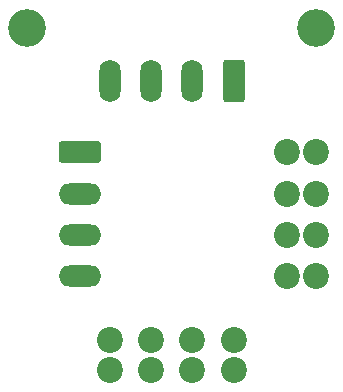
<source format=gbr>
%TF.GenerationSoftware,KiCad,Pcbnew,8.0.2*%
%TF.CreationDate,2024-10-12T15:44:43+02:00*%
%TF.ProjectId,splitX_decoder,73706c69-7458-45f6-9465-636f6465722e,rev?*%
%TF.SameCoordinates,Original*%
%TF.FileFunction,Soldermask,Top*%
%TF.FilePolarity,Negative*%
%FSLAX46Y46*%
G04 Gerber Fmt 4.6, Leading zero omitted, Abs format (unit mm)*
G04 Created by KiCad (PCBNEW 8.0.2) date 2024-10-12 15:44:43*
%MOMM*%
%LPD*%
G01*
G04 APERTURE LIST*
G04 Aperture macros list*
%AMRoundRect*
0 Rectangle with rounded corners*
0 $1 Rounding radius*
0 $2 $3 $4 $5 $6 $7 $8 $9 X,Y pos of 4 corners*
0 Add a 4 corners polygon primitive as box body*
4,1,4,$2,$3,$4,$5,$6,$7,$8,$9,$2,$3,0*
0 Add four circle primitives for the rounded corners*
1,1,$1+$1,$2,$3*
1,1,$1+$1,$4,$5*
1,1,$1+$1,$6,$7*
1,1,$1+$1,$8,$9*
0 Add four rect primitives between the rounded corners*
20,1,$1+$1,$2,$3,$4,$5,0*
20,1,$1+$1,$4,$5,$6,$7,0*
20,1,$1+$1,$6,$7,$8,$9,0*
20,1,$1+$1,$8,$9,$2,$3,0*%
G04 Aperture macros list end*
%ADD10RoundRect,0.250000X-1.550000X0.650000X-1.550000X-0.650000X1.550000X-0.650000X1.550000X0.650000X0*%
%ADD11O,3.600000X1.800000*%
%ADD12C,2.200000*%
%ADD13C,3.200000*%
%ADD14RoundRect,0.250000X0.650000X1.550000X-0.650000X1.550000X-0.650000X-1.550000X0.650000X-1.550000X0*%
%ADD15O,1.800000X3.600000*%
G04 APERTURE END LIST*
D10*
%TO.C,J101*%
X157000000Y-114500000D03*
D11*
X157000000Y-118000000D03*
X157000000Y-121500000D03*
X157000000Y-125000000D03*
%TD*%
D12*
%TO.C,J103*%
X159500000Y-130400000D03*
X159500000Y-132900000D03*
X163000000Y-130400000D03*
X163000000Y-132900000D03*
X166500000Y-130400000D03*
X166500000Y-132900000D03*
X170000000Y-130400000D03*
X170000000Y-132900000D03*
%TD*%
%TO.C,J104*%
X174500000Y-125000000D03*
X177000000Y-125000000D03*
X174500000Y-121500000D03*
X177000000Y-121500000D03*
X174500000Y-118000000D03*
X177000000Y-118000000D03*
X174500000Y-114500000D03*
X177000000Y-114500000D03*
%TD*%
D13*
%TO.C,REF\u002A\u002A*%
X152500000Y-104000000D03*
%TD*%
%TO.C,REF\u002A\u002A*%
X177000000Y-104000000D03*
%TD*%
D14*
%TO.C,J102*%
X170000000Y-108500000D03*
D15*
X166500000Y-108500000D03*
X163000000Y-108500000D03*
X159500000Y-108500000D03*
%TD*%
M02*

</source>
